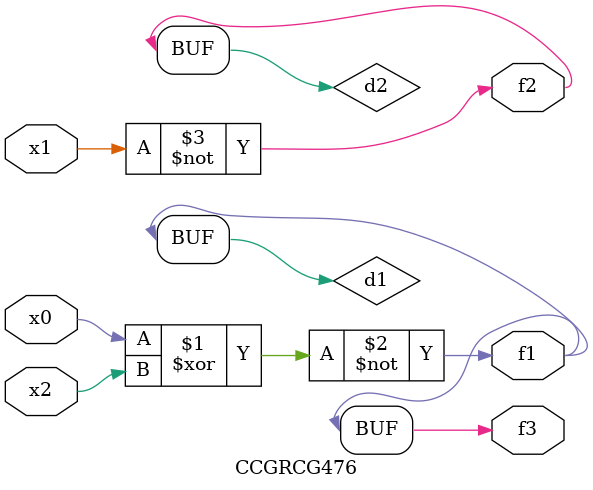
<source format=v>
module CCGRCG476(
	input x0, x1, x2,
	output f1, f2, f3
);

	wire d1, d2, d3;

	xnor (d1, x0, x2);
	nand (d2, x1);
	nor (d3, x1, x2);
	assign f1 = d1;
	assign f2 = d2;
	assign f3 = d1;
endmodule

</source>
